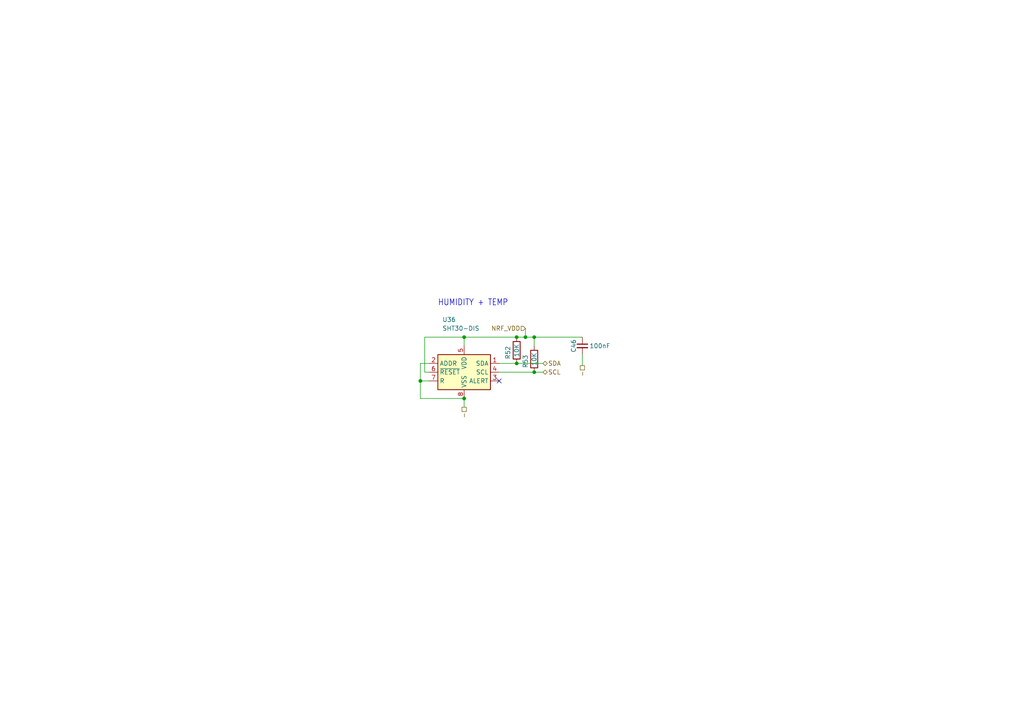
<source format=kicad_sch>
(kicad_sch (version 20230121) (generator eeschema)
  (paper "A4")
  (lib_symbols
    (symbol "Device:C_Small" (pin_numbers hide) (pin_names (offset 0.254) hide)
      (property "Reference" "C" (at 0.254 1.778 0))
      (property "Value" "C_Small" (at 0.254 -2.032 0))
      (symbol "C_Small_0_1"
        (polyline (pts (xy -1.524 -0.508) (xy 1.524 -0.508)) (stroke (width 0.3302)))
        (polyline (pts (xy -1.524 0.508) (xy 1.524 0.508)) (stroke (width 0.3048)))
      )
      (symbol "C_Small_1_1"
        (pin passive line (at 0 2.54 270) (length 2.032) (name "~") (number "1"))
        (pin passive line (at 0 -2.54 90) (length 2.032) (name "~") (number "2"))
      )
    )
    (symbol "Device:R" (pin_numbers hide) (pin_names (offset 0))
      (property "Reference" "R" (at 2.032 0 90))
      (property "Value" "R" (at 0 0 90))
      (symbol "R_0_1"
        (rectangle (start -1.016 -2.54) (end 1.016 2.54) (stroke (width 0.254)))
      )
      (symbol "R_1_1"
        (pin passive line (at 0 3.81 270) (length 1.27) (name "~") (number "1"))
        (pin passive line (at 0 -3.81 90) (length 1.27) (name "~") (number "2"))
      )
    )
    (symbol "Sensor_Humidity:SHT30-DIS"
      (property "Reference" "U" (at -6.35 6.35 0))
      (property "Value" "SHT30-DIS" (at 6.35 6.35 0))
      (symbol "SHT30-DIS_0_1"
        (rectangle (start -7.62 5.08) (end 7.62 -5.08) (stroke (width 0.254)) (fill (type background)))
      )
      (symbol "SHT30-DIS_1_1"
        (pin bidirectional line (at 10.16 2.54 180) (length 2.54) (name "SDA") (number "1"))
        (pin input line (at -10.16 2.54 0) (length 2.54) (name "ADDR") (number "2"))
        (pin output line (at 10.16 -2.54 180) (length 2.54) (name "ALERT") (number "3"))
        (pin input line (at 10.16 0 180) (length 2.54) (name "SCL") (number "4"))
        (pin power_in line (at 0 7.62 270) (length 2.54) (name "VDD") (number "5"))
        (pin input line (at -10.16 0 0) (length 2.54) (name "~{RESET}") (number "6"))
        (pin passive line (at -10.16 -2.54 0) (length 2.54) (name "R") (number "7"))
        (pin power_in line (at 0 -7.62 90) (length 2.54) (name "VSS") (number "8"))
        (pin passive line (at 0 -7.62 90) (length 2.54) hide (name "VSS") (number "9"))
      )
    )
  )
  (junction (at 154.94 107.95))
  (junction (at 121.92 110.49))
  (junction (at 152.4 97.79))
  (junction (at 149.86 105.41))
  (junction (at 149.86 97.79))
  (junction (at 134.62 115.57))
  (junction (at 154.94 97.79))
  (junction (at 134.62 97.79))
  (no_connect (at 144.78 110.49))
  (wire (pts (xy 149.86 105.41) (xy 157.48 105.41)))
  (wire (pts (xy 149.86 105.41) (xy 144.78 105.41)))
  (wire (pts (xy 123.19 107.95) (xy 123.19 97.79)))
  (wire (pts (xy 152.4 95.25) (xy 152.4 97.79)))
  (wire (pts (xy 152.4 97.79) (xy 149.86 97.79)))
  (wire (pts (xy 124.46 107.95) (xy 123.19 107.95)))
  (wire (pts (xy 154.94 97.79) (xy 168.91 97.79)))
  (wire (pts (xy 121.92 110.49) (xy 124.46 110.49)))
  (wire (pts (xy 134.62 118.11) (xy 134.62 115.57)))
  (wire (pts (xy 123.19 97.79) (xy 134.62 97.79)))
  (wire (pts (xy 134.62 97.79) (xy 149.86 97.79)))
  (wire (pts (xy 157.48 107.95) (xy 154.94 107.95)))
  (wire (pts (xy 154.94 97.79) (xy 152.4 97.79)))
  (wire (pts (xy 121.92 105.41) (xy 121.92 110.49)))
  (wire (pts (xy 154.94 100.33) (xy 154.94 97.79)))
  (wire (pts (xy 168.91 106.045) (xy 168.91 102.87)))
  (wire (pts (xy 124.46 105.41) (xy 121.92 105.41)))
  (wire (pts (xy 134.62 100.33) (xy 134.62 97.79)))
  (wire (pts (xy 134.62 115.57) (xy 121.92 115.57)))
  (wire (pts (xy 154.94 107.95) (xy 144.78 107.95)))
  (wire (pts (xy 121.92 115.57) (xy 121.92 110.49)))
  (text "HUMIDITY + TEMP" (at 127 88.9 0) (effects (font (size 1.778 1.5113)) (justify left bottom)))
  (hierarchical_label "SDA" (shape bidirectional) (at 157.48 105.41 0))
  (hierarchical_label "-" (shape passive) (at 168.91 106.045 270))
  (hierarchical_label "NRF_VDD" (shape input) (at 152.4 95.25 180))
  (hierarchical_label "SCL" (shape bidirectional) (at 157.48 107.95 0))
  (hierarchical_label "-" (shape passive) (at 134.62 118.11 270))
  (symbol (lib_id "Device:C_Small") (at 168.91 100.33 0) (unit 1)
    (property "Reference" "C46" (at 166.37 100.33 90))
    (property "Value" "100nF" (at 173.99 100.33 0))
    (property "Footprint" "Capacitor_SMD:C_0402_1005Metric" (effects hide))
  )
  (symbol (lib_id "Sensor_Humidity:SHT30-DIS") (at 134.62 107.95 0) (unit 1)
    (property "Reference" "U36" (at 128.27 92.71 0) (effects (justify left)))
    (property "Value" "SHT30-DIS" (at 128.27 95.25 0) (effects (justify left)))
    (property "Footprint" "Sensor_Humidity:Sensirion_DFN-8-1EP_2.5x2.5mm_P0.5mm_EP1.1x1.7mm" (effects hide))
    (property "Datasheet" "https://www.sensirion.com/fileadmin/user_upload/customers/sensirion/Dokumente/2_Humidity_Sensors/Datasheets/Sensirion_Humidity_Sensors_SHT3x_Datasheet_digital.pdf" (effects hide))
  )
  (symbol (lib_id "Device:R") (at 149.86 101.6 180) (unit 1)
    (property "Reference" "R52" (at 147.32 100.33 90) (effects (justify left)))
    (property "Value" "10K" (at 149.86 99.695 90) (effects (justify left)))
    (property "Footprint" "Resistor_SMD:R_0402_1005Metric" (effects hide))
  )
  (symbol (lib_id "Device:R") (at 154.94 104.14 180) (unit 1)
    (property "Reference" "R53" (at 152.4 102.87 90) (effects (justify left)))
    (property "Value" "10K" (at 154.94 102.235 90) (effects (justify left)))
    (property "Footprint" "Resistor_SMD:R_0402_1005Metric" (effects hide))
  )
)
</source>
